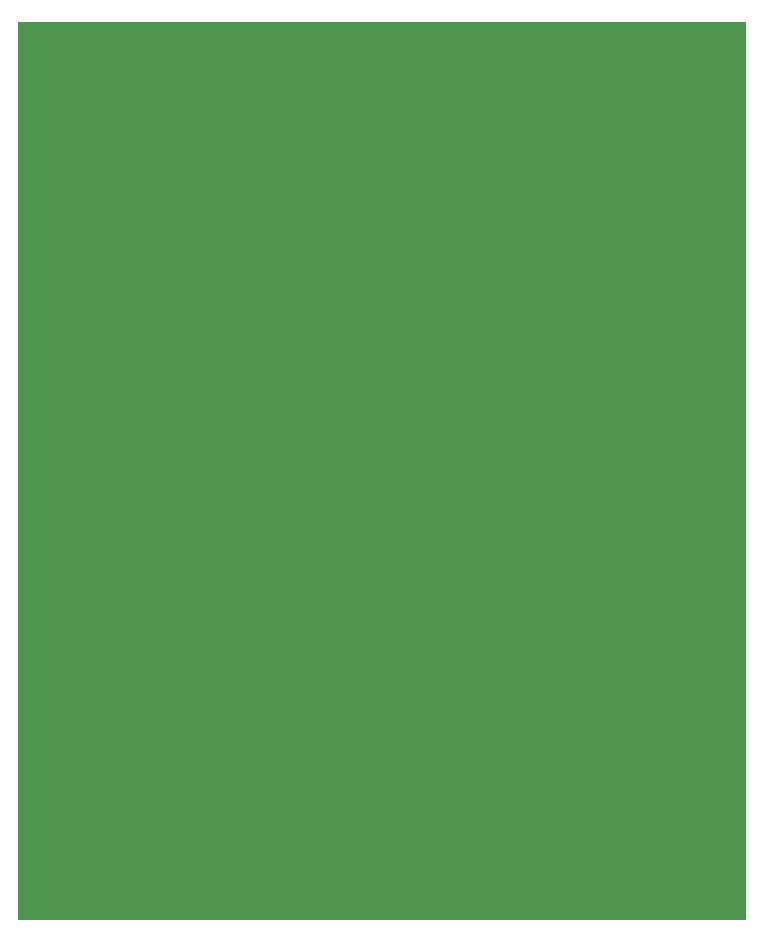
<source format=gbr>
G04 =======================================* 
G04 File Format: RS-274X * 
G04 Date:        November 03 2024 * 
G04 Time:        19:12:17 * 
G04 =======================================* 
G04 Format description *** 
G04 Code:          ASCII * 
G04 Unit:          Millimeter * 
G04 Coordinates:   Absolut * 
G04 Digits:        3.3-format * 
G04 Zeros skipped: Leading zeros omitted * 
G04 =======================================* 
%FSLAX33Y33*%
%MOMM*%
G90*
G71*
%LPD*%
G36*
G01X15400Y39550D02*
G01X-46200Y39550D01*
G01X-46200Y-36450D01*
G01X15400Y-36450D01*
G37*
%LPD*%
G36*
G01X-30800Y-17450D02*
G01X0Y-17450D01*
G01X0Y-500D01*
G01X-7700Y-500D01*
G01X-7700Y0D01*
G01X0Y0D01*
G01X0Y3100D01*
G01X-7700Y3100D01*
G01X-7700Y3600D01*
G01X0Y3600D01*
G01X0Y20550D01*
G01X-30800Y20550D01*
G37*
%LPD*%
G36*
G01X0Y0D02*
G01X15400Y0D01*
G01X15400Y3100D01*
G01X0Y3100D01*
G37*
M02* 
G04 End Of Gerber File* 

</source>
